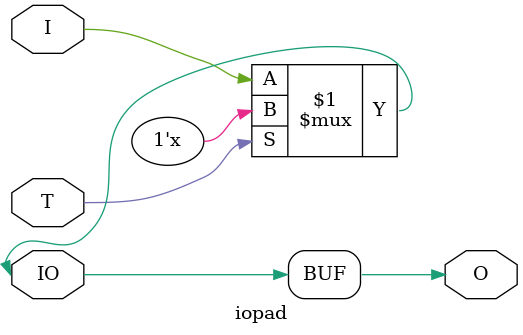
<source format=v>
module iopad(input wire T, input wire I, output wire O, inout wire IO);

   parameter iostd = "LVTTL";
   parameter slew = "FAST";
   parameter iodrv = 24;

`ifdef XILINX
   
   // tri-state gate
   IOBUF #(
       .DRIVE(iodrv), // Specify the output drive strength
       .IBUF_LOW_PWR("FALSE"),  // Low Power - "TRUE", High Performance = "FALSE" 
       .IOSTANDARD(iostd), // Specify the I/O standard
       .SLEW(slew) // Specify the output slew rate
    ) IOBUF_cmd_inst (
       .O(O),     // Buffer output
       .IO(IO),   // Buffer inout port (connect directly to top-level port)
       .I(I),     // Buffer input
       .T(T)      // 3-state enable input, high=input, low=output
    );

`else // !`ifdef XILINX

   assign O = IO;
   assign IO = T ? 1'bz : I;
   
`endif
   
endmodule
   

</source>
